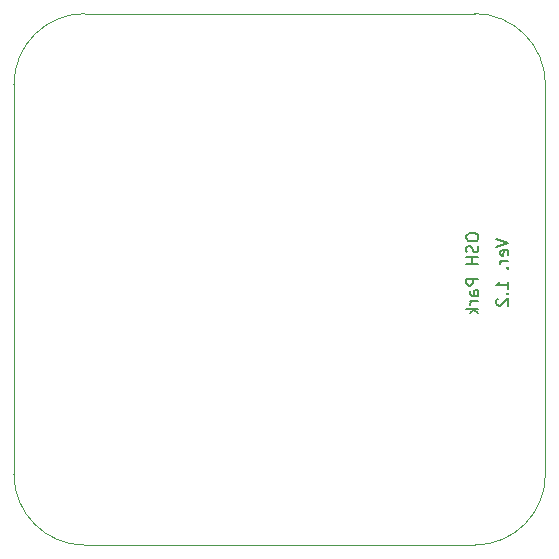
<source format=gbr>
%TF.GenerationSoftware,KiCad,Pcbnew,(6.0.6)*%
%TF.CreationDate,2023-02-06T16:25:43-08:00*%
%TF.ProjectId,PIC10F200 PCB,50494331-3046-4323-9030-205043422e6b,rev?*%
%TF.SameCoordinates,Original*%
%TF.FileFunction,Legend,Bot*%
%TF.FilePolarity,Positive*%
%FSLAX46Y46*%
G04 Gerber Fmt 4.6, Leading zero omitted, Abs format (unit mm)*
G04 Created by KiCad (PCBNEW (6.0.6)) date 2023-02-06 16:25:43*
%MOMM*%
%LPD*%
G01*
G04 APERTURE LIST*
%ADD10C,0.150000*%
%TA.AperFunction,Profile*%
%ADD11C,0.100000*%
%TD*%
G04 APERTURE END LIST*
D10*
X151852380Y-91059272D02*
X152852380Y-91392605D01*
X151852380Y-91725939D01*
X152804761Y-92440225D02*
X152852380Y-92344986D01*
X152852380Y-92154510D01*
X152804761Y-92059272D01*
X152709523Y-92011653D01*
X152328571Y-92011653D01*
X152233333Y-92059272D01*
X152185714Y-92154510D01*
X152185714Y-92344986D01*
X152233333Y-92440225D01*
X152328571Y-92487844D01*
X152423809Y-92487844D01*
X152519047Y-92011653D01*
X152852380Y-92916415D02*
X152185714Y-92916415D01*
X152376190Y-92916415D02*
X152280952Y-92964034D01*
X152233333Y-93011653D01*
X152185714Y-93106891D01*
X152185714Y-93202129D01*
X152757142Y-93535463D02*
X152804761Y-93583082D01*
X152852380Y-93535463D01*
X152804761Y-93487844D01*
X152757142Y-93535463D01*
X152852380Y-93535463D01*
X152852380Y-95297367D02*
X152852380Y-94725939D01*
X152852380Y-95011653D02*
X151852380Y-95011653D01*
X151995238Y-94916415D01*
X152090476Y-94821177D01*
X152138095Y-94725939D01*
X152757142Y-95725939D02*
X152804761Y-95773558D01*
X152852380Y-95725939D01*
X152804761Y-95678320D01*
X152757142Y-95725939D01*
X152852380Y-95725939D01*
X151947619Y-96154510D02*
X151900000Y-96202129D01*
X151852380Y-96297367D01*
X151852380Y-96535463D01*
X151900000Y-96630701D01*
X151947619Y-96678320D01*
X152042857Y-96725939D01*
X152138095Y-96725939D01*
X152280952Y-96678320D01*
X152852380Y-96106891D01*
X152852380Y-96725939D01*
D11*
X111000000Y-111000000D02*
G75*
G03*
X117000000Y-117000000I6000000J0D01*
G01*
X156000000Y-78000000D02*
G75*
G03*
X150000000Y-72000000I-6000000J0D01*
G01*
X150000000Y-117000000D02*
X117000000Y-117000000D01*
X150000000Y-117000000D02*
G75*
G03*
X156000000Y-111000000I0J6000000D01*
G01*
X117000000Y-72000000D02*
G75*
G03*
X111000000Y-78000000I0J-6000000D01*
G01*
X117000000Y-72000000D02*
X150000000Y-72000000D01*
X111000000Y-111000000D02*
X111000000Y-78000000D01*
X156000000Y-78000000D02*
X156000000Y-111000000D01*
D10*
X149312380Y-90837142D02*
X149312380Y-91027619D01*
X149360000Y-91122857D01*
X149455238Y-91218095D01*
X149645714Y-91265714D01*
X149979047Y-91265714D01*
X150169523Y-91218095D01*
X150264761Y-91122857D01*
X150312380Y-91027619D01*
X150312380Y-90837142D01*
X150264761Y-90741904D01*
X150169523Y-90646666D01*
X149979047Y-90599047D01*
X149645714Y-90599047D01*
X149455238Y-90646666D01*
X149360000Y-90741904D01*
X149312380Y-90837142D01*
X150264761Y-91646666D02*
X150312380Y-91789523D01*
X150312380Y-92027619D01*
X150264761Y-92122857D01*
X150217142Y-92170476D01*
X150121904Y-92218095D01*
X150026666Y-92218095D01*
X149931428Y-92170476D01*
X149883809Y-92122857D01*
X149836190Y-92027619D01*
X149788571Y-91837142D01*
X149740952Y-91741904D01*
X149693333Y-91694285D01*
X149598095Y-91646666D01*
X149502857Y-91646666D01*
X149407619Y-91694285D01*
X149360000Y-91741904D01*
X149312380Y-91837142D01*
X149312380Y-92075238D01*
X149360000Y-92218095D01*
X150312380Y-92646666D02*
X149312380Y-92646666D01*
X149788571Y-92646666D02*
X149788571Y-93218095D01*
X150312380Y-93218095D02*
X149312380Y-93218095D01*
X150312380Y-94456190D02*
X149312380Y-94456190D01*
X149312380Y-94837142D01*
X149360000Y-94932380D01*
X149407619Y-94980000D01*
X149502857Y-95027619D01*
X149645714Y-95027619D01*
X149740952Y-94980000D01*
X149788571Y-94932380D01*
X149836190Y-94837142D01*
X149836190Y-94456190D01*
X150312380Y-95884761D02*
X149788571Y-95884761D01*
X149693333Y-95837142D01*
X149645714Y-95741904D01*
X149645714Y-95551428D01*
X149693333Y-95456190D01*
X150264761Y-95884761D02*
X150312380Y-95789523D01*
X150312380Y-95551428D01*
X150264761Y-95456190D01*
X150169523Y-95408571D01*
X150074285Y-95408571D01*
X149979047Y-95456190D01*
X149931428Y-95551428D01*
X149931428Y-95789523D01*
X149883809Y-95884761D01*
X150312380Y-96360952D02*
X149645714Y-96360952D01*
X149836190Y-96360952D02*
X149740952Y-96408571D01*
X149693333Y-96456190D01*
X149645714Y-96551428D01*
X149645714Y-96646666D01*
X150312380Y-96980000D02*
X149312380Y-96980000D01*
X149931428Y-97075238D02*
X150312380Y-97360952D01*
X149645714Y-97360952D02*
X150026666Y-96980000D01*
M02*

</source>
